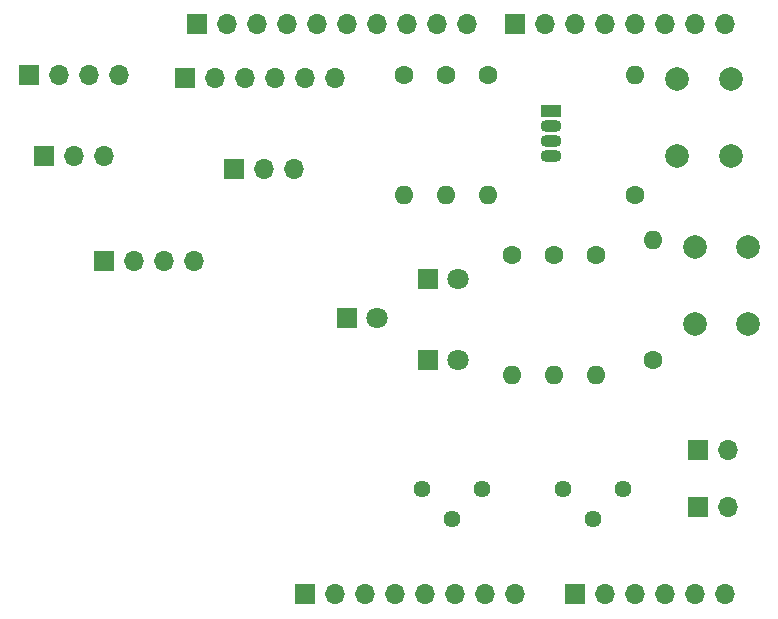
<source format=gbr>
%TF.GenerationSoftware,KiCad,Pcbnew,7.0.1*%
%TF.CreationDate,2024-01-27T23:50:39-07:00*%
%TF.ProjectId,Uno_Shield_PhaseB,556e6f5f-5368-4696-956c-645f50686173,rev?*%
%TF.SameCoordinates,Original*%
%TF.FileFunction,Soldermask,Bot*%
%TF.FilePolarity,Negative*%
%FSLAX46Y46*%
G04 Gerber Fmt 4.6, Leading zero omitted, Abs format (unit mm)*
G04 Created by KiCad (PCBNEW 7.0.1) date 2024-01-27 23:50:39*
%MOMM*%
%LPD*%
G01*
G04 APERTURE LIST*
%ADD10R,1.800000X1.070000*%
%ADD11O,1.800000X1.070000*%
%ADD12C,1.440000*%
%ADD13R,1.700000X1.700000*%
%ADD14O,1.700000X1.700000*%
%ADD15C,1.600000*%
%ADD16O,1.600000X1.600000*%
%ADD17C,2.000000*%
%ADD18R,1.800000X1.800000*%
%ADD19C,1.800000*%
G04 APERTURE END LIST*
D10*
%TO.C,D5*%
X148768000Y-56566000D03*
D11*
X148768000Y-57836000D03*
X148768000Y-59106000D03*
X148768000Y-60376000D03*
%TD*%
D12*
%TO.C,RV2*%
X149784000Y-88570000D03*
X152324000Y-91110000D03*
X154864000Y-88570000D03*
%TD*%
%TO.C,RV1*%
X137846000Y-88555000D03*
X140386000Y-91095000D03*
X142926000Y-88555000D03*
%TD*%
D13*
%TO.C,J4*%
X145720000Y-49200000D03*
D14*
X148260000Y-49200000D03*
X150800000Y-49200000D03*
X153340000Y-49200000D03*
X155880000Y-49200000D03*
X158420000Y-49200000D03*
X160960000Y-49200000D03*
X163500000Y-49200000D03*
%TD*%
D13*
%TO.C,J3*%
X150800000Y-97460000D03*
D14*
X153340000Y-97460000D03*
X155880000Y-97460000D03*
X158420000Y-97460000D03*
X160960000Y-97460000D03*
X163500000Y-97460000D03*
%TD*%
D13*
%TO.C,J2*%
X118796000Y-49200000D03*
D14*
X121336000Y-49200000D03*
X123876000Y-49200000D03*
X126416000Y-49200000D03*
X128956000Y-49200000D03*
X131496000Y-49200000D03*
X134036000Y-49200000D03*
X136576000Y-49200000D03*
X139116000Y-49200000D03*
X141656000Y-49200000D03*
%TD*%
D13*
%TO.C,J1*%
X127940000Y-97460000D03*
D14*
X130480000Y-97460000D03*
X133020000Y-97460000D03*
X135560000Y-97460000D03*
X138100000Y-97460000D03*
X140640000Y-97460000D03*
X143180000Y-97460000D03*
X145720000Y-97460000D03*
%TD*%
D15*
%TO.C,R10*%
X157404000Y-77648000D03*
D16*
X157404000Y-67488000D03*
%TD*%
D15*
%TO.C,R4*%
X155880000Y-63678000D03*
D16*
X155880000Y-53518000D03*
%TD*%
D15*
%TO.C,R3*%
X145466000Y-68758000D03*
D16*
X145466000Y-78918000D03*
%TD*%
D15*
%TO.C,R2*%
X149022000Y-68758000D03*
D16*
X149022000Y-78918000D03*
%TD*%
D15*
%TO.C,R1*%
X152578000Y-68758000D03*
D16*
X152578000Y-78918000D03*
%TD*%
D15*
%TO.C,R13*%
X136322000Y-53518000D03*
D16*
X136322000Y-63678000D03*
%TD*%
D15*
%TO.C,R12*%
X139878000Y-53518000D03*
D16*
X139878000Y-63678000D03*
%TD*%
D15*
%TO.C,R11*%
X143434000Y-53518000D03*
D16*
X143434000Y-63678000D03*
%TD*%
D17*
%TO.C,SW3*%
X160996000Y-74548000D03*
X160996000Y-68048000D03*
X165496000Y-74548000D03*
X165496000Y-68048000D03*
%TD*%
%TO.C,SW1*%
X164008000Y-53876000D03*
X164008000Y-60376000D03*
X159508000Y-53876000D03*
X159508000Y-60376000D03*
%TD*%
D14*
%TO.C,J11*%
X118542000Y-69266000D03*
X116002000Y-69266000D03*
X113462000Y-69266000D03*
D13*
X110922000Y-69266000D03*
%TD*%
%TO.C,J10*%
X121941000Y-61452000D03*
D14*
X124481000Y-61452000D03*
X127021000Y-61452000D03*
%TD*%
%TO.C,J9*%
X110922000Y-60376000D03*
X108382000Y-60376000D03*
D13*
X105842000Y-60376000D03*
%TD*%
D14*
%TO.C,J8*%
X112192000Y-53518000D03*
X109652000Y-53518000D03*
X107112000Y-53518000D03*
D13*
X104572000Y-53518000D03*
%TD*%
D14*
%TO.C,J7*%
X130480000Y-53772000D03*
X127940000Y-53772000D03*
X125400000Y-53772000D03*
X122860000Y-53772000D03*
X120320000Y-53772000D03*
D13*
X117780000Y-53772000D03*
%TD*%
%TO.C,J6*%
X161214000Y-90094000D03*
D14*
X163754000Y-90094000D03*
%TD*%
D13*
%TO.C,J5*%
X161209000Y-85268000D03*
D14*
X163749000Y-85268000D03*
%TD*%
D18*
%TO.C,D3*%
X131496000Y-74092000D03*
D19*
X134036000Y-74092000D03*
%TD*%
D18*
%TO.C,D2*%
X138354000Y-77648000D03*
D19*
X140894000Y-77648000D03*
%TD*%
%TO.C,D1*%
X140894000Y-70790000D03*
D18*
X138354000Y-70790000D03*
%TD*%
M02*

</source>
